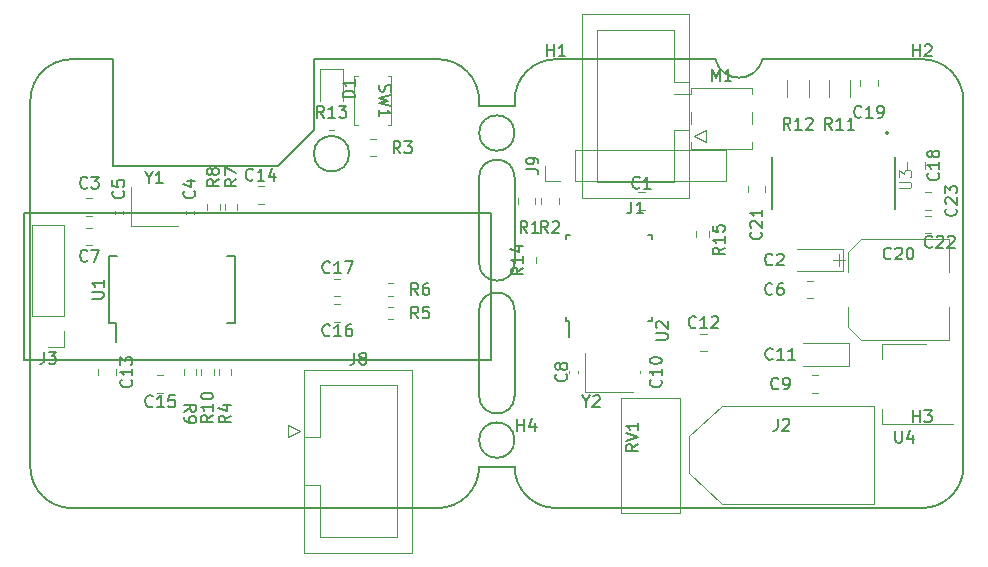
<source format=gbr>
%TF.GenerationSoftware,KiCad,Pcbnew,(5.1.8-0-10_14)*%
%TF.CreationDate,2021-02-08T17:53:51+01:00*%
%TF.ProjectId,ethersweep,65746865-7273-4776-9565-702e6b696361,rev?*%
%TF.SameCoordinates,Original*%
%TF.FileFunction,Legend,Top*%
%TF.FilePolarity,Positive*%
%FSLAX46Y46*%
G04 Gerber Fmt 4.6, Leading zero omitted, Abs format (unit mm)*
G04 Created by KiCad (PCBNEW (5.1.8-0-10_14)) date 2021-02-08 17:53:51*
%MOMM*%
%LPD*%
G01*
G04 APERTURE LIST*
%TA.AperFunction,Profile*%
%ADD10C,0.150000*%
%TD*%
%ADD11C,0.150000*%
%ADD12C,0.120000*%
%ADD13C,0.200000*%
%ADD14C,0.127000*%
%ADD15C,0.015000*%
G04 APERTURE END LIST*
D10*
X163500000Y-98250000D02*
G75*
G02*
X160500000Y-98250000I-1500000J0D01*
G01*
X160500000Y-91000000D02*
G75*
G02*
X163500000Y-91000000I1500000J0D01*
G01*
X163500000Y-98250000D02*
X163500000Y-91000000D01*
X160500000Y-91000000D02*
X160500000Y-98250000D01*
X160500000Y-102250000D02*
G75*
G02*
X163500000Y-102250000I1500000J0D01*
G01*
X160500000Y-102250000D02*
X160500000Y-109500000D01*
X163500000Y-109500000D02*
X163500000Y-102250000D01*
X163500000Y-109500000D02*
G75*
G02*
X160500000Y-109500000I-1500000J0D01*
G01*
X163500000Y-87250000D02*
G75*
G03*
X163500000Y-87250000I-1500000J0D01*
G01*
X163500000Y-113250000D02*
G75*
G03*
X163500000Y-113250000I-1500000J0D01*
G01*
X160500000Y-84500000D02*
X160500000Y-85000000D01*
X163500000Y-84500000D02*
X163500000Y-85000000D01*
X160500000Y-115500000D02*
X163500000Y-115500000D01*
X163500000Y-85000000D02*
X160500000Y-85000000D01*
X149500000Y-89000000D02*
G75*
G03*
X149500000Y-89000000I-1500000J0D01*
G01*
D11*
X161500000Y-94000000D02*
X161500000Y-106500000D01*
X122000000Y-94000000D02*
X161500000Y-94000000D01*
X122000000Y-106500000D02*
X122000000Y-94000000D01*
X161500000Y-106500000D02*
X122000000Y-106500000D01*
D10*
X129500000Y-90000000D02*
X129500000Y-81000000D01*
X126000000Y-81000000D02*
X129500000Y-81000000D01*
X126000000Y-81000000D02*
G75*
G03*
X122500000Y-84500000I0J-3500000D01*
G01*
X146500000Y-81000000D02*
X157000000Y-81000000D01*
X143500000Y-90000000D02*
X129500000Y-90000000D01*
X146500000Y-87000000D02*
X143500000Y-90000000D01*
X146500000Y-81000000D02*
X146500000Y-87000000D01*
X180500000Y-81000000D02*
X167000000Y-81000000D01*
X184500000Y-81000000D02*
X198000000Y-81000000D01*
X184500000Y-81000000D02*
G75*
G02*
X180500000Y-81000000I-2000000J500000D01*
G01*
X163500000Y-84500000D02*
G75*
G02*
X167000000Y-81000000I3500000J0D01*
G01*
X201500000Y-115500000D02*
G75*
G02*
X198000000Y-119000000I-3500000J0D01*
G01*
X167000000Y-119000000D02*
G75*
G02*
X163500000Y-115500000I0J3500000D01*
G01*
X167000000Y-119000000D02*
X198000000Y-119000000D01*
X198000000Y-81000000D02*
G75*
G02*
X201500000Y-84500000I0J-3500000D01*
G01*
X201500000Y-115500000D02*
X201500000Y-84500000D01*
X122500000Y-115500000D02*
X122500000Y-84500000D01*
X160500000Y-84500000D02*
G75*
G03*
X157000000Y-81000000I-3500000J0D01*
G01*
X157000000Y-119000000D02*
G75*
G03*
X160500000Y-115500000I0J3500000D01*
G01*
X122500000Y-115500000D02*
G75*
G03*
X126000000Y-119000000I3500000J0D01*
G01*
X157000000Y-119000000D02*
X126000000Y-119000000D01*
D12*
X144320000Y-113000000D02*
X145320000Y-112500000D01*
X144320000Y-112000000D02*
X144320000Y-113000000D01*
X145320000Y-112500000D02*
X144320000Y-112000000D01*
X147020000Y-117090000D02*
X145710000Y-117090000D01*
X147020000Y-117090000D02*
X147020000Y-117090000D01*
X147020000Y-121490000D02*
X147020000Y-117090000D01*
X153520000Y-121490000D02*
X147020000Y-121490000D01*
X153520000Y-108590000D02*
X153520000Y-121490000D01*
X147020000Y-108590000D02*
X153520000Y-108590000D01*
X147020000Y-112990000D02*
X147020000Y-108590000D01*
X145710000Y-112990000D02*
X147020000Y-112990000D01*
X145710000Y-122790000D02*
X145710000Y-107290000D01*
X154830000Y-122790000D02*
X145710000Y-122790000D01*
X154830000Y-107290000D02*
X154830000Y-122790000D01*
X145710000Y-107290000D02*
X154830000Y-107290000D01*
X178290000Y-92710000D02*
X169170000Y-92710000D01*
X169170000Y-92710000D02*
X169170000Y-77210000D01*
X169170000Y-77210000D02*
X178290000Y-77210000D01*
X178290000Y-77210000D02*
X178290000Y-92710000D01*
X178290000Y-87010000D02*
X176980000Y-87010000D01*
X176980000Y-87010000D02*
X176980000Y-91410000D01*
X176980000Y-91410000D02*
X170480000Y-91410000D01*
X170480000Y-91410000D02*
X170480000Y-78510000D01*
X170480000Y-78510000D02*
X176980000Y-78510000D01*
X176980000Y-78510000D02*
X176980000Y-82910000D01*
X176980000Y-82910000D02*
X176980000Y-82910000D01*
X176980000Y-82910000D02*
X178290000Y-82910000D01*
X178680000Y-87500000D02*
X179680000Y-88000000D01*
X179680000Y-88000000D02*
X179680000Y-87000000D01*
X179680000Y-87000000D02*
X178680000Y-87500000D01*
X167235000Y-93227064D02*
X167235000Y-92772936D01*
X165765000Y-93227064D02*
X165765000Y-92772936D01*
X173988748Y-93735000D02*
X174511252Y-93735000D01*
X173988748Y-92265000D02*
X174511252Y-92265000D01*
X191310000Y-97065000D02*
X187400000Y-97065000D01*
X191310000Y-98935000D02*
X191310000Y-97065000D01*
X187400000Y-98935000D02*
X191310000Y-98935000D01*
X127761252Y-94235000D02*
X127238748Y-94235000D01*
X127761252Y-92765000D02*
X127238748Y-92765000D01*
X135640000Y-94107836D02*
X135640000Y-93892164D01*
X136360000Y-94107836D02*
X136360000Y-93892164D01*
X130360000Y-94107836D02*
X130360000Y-93892164D01*
X129640000Y-94107836D02*
X129640000Y-93892164D01*
X188761252Y-101235000D02*
X188238748Y-101235000D01*
X188761252Y-99765000D02*
X188238748Y-99765000D01*
X127761252Y-95265000D02*
X127238748Y-95265000D01*
X127761252Y-96735000D02*
X127238748Y-96735000D01*
X168860000Y-107607836D02*
X168860000Y-107392164D01*
X168140000Y-107607836D02*
X168140000Y-107392164D01*
X189211252Y-107765000D02*
X188688748Y-107765000D01*
X189211252Y-109235000D02*
X188688748Y-109235000D01*
X174140000Y-107607836D02*
X174140000Y-107392164D01*
X174860000Y-107607836D02*
X174860000Y-107392164D01*
X187900000Y-106935000D02*
X191810000Y-106935000D01*
X191810000Y-106935000D02*
X191810000Y-105065000D01*
X191810000Y-105065000D02*
X187900000Y-105065000D01*
X179238748Y-104265000D02*
X179761252Y-104265000D01*
X179238748Y-105735000D02*
X179761252Y-105735000D01*
X128265000Y-107238748D02*
X128265000Y-107761252D01*
X129735000Y-107238748D02*
X129735000Y-107761252D01*
X141738748Y-93235000D02*
X142261252Y-93235000D01*
X141738748Y-91765000D02*
X142261252Y-91765000D01*
X133761252Y-109235000D02*
X133238748Y-109235000D01*
X133761252Y-107765000D02*
X133238748Y-107765000D01*
X148238748Y-103235000D02*
X148761252Y-103235000D01*
X148238748Y-101765000D02*
X148761252Y-101765000D01*
X148238748Y-99620001D02*
X148761252Y-99620001D01*
X148238748Y-101090001D02*
X148761252Y-101090001D01*
X196765000Y-90261252D02*
X196765000Y-89738748D01*
X198235000Y-90261252D02*
X198235000Y-89738748D01*
X192765000Y-83261252D02*
X192765000Y-82738748D01*
X194235000Y-83261252D02*
X194235000Y-82738748D01*
X200260000Y-104760000D02*
X200260000Y-102010000D01*
X200260000Y-96240000D02*
X200260000Y-98990000D01*
X192804437Y-96240000D02*
X200260000Y-96240000D01*
X192804437Y-104760000D02*
X200260000Y-104760000D01*
X191740000Y-103695563D02*
X191740000Y-102010000D01*
X191740000Y-97304437D02*
X191740000Y-98990000D01*
X191740000Y-97304437D02*
X192804437Y-96240000D01*
X191740000Y-103695563D02*
X192804437Y-104760000D01*
X190500000Y-97990000D02*
X191500000Y-97990000D01*
X191000000Y-97490000D02*
X191000000Y-98490000D01*
X184735000Y-92261252D02*
X184735000Y-91738748D01*
X183265000Y-92261252D02*
X183265000Y-91738748D01*
X198238748Y-95735000D02*
X198761252Y-95735000D01*
X198238748Y-94265000D02*
X198761252Y-94265000D01*
X198238748Y-92265000D02*
X198761252Y-92265000D01*
X198238748Y-93735000D02*
X198761252Y-93735000D01*
X148960000Y-84500000D02*
X148960000Y-81815000D01*
X148960000Y-81815000D02*
X147040000Y-81815000D01*
X147040000Y-81815000D02*
X147040000Y-84500000D01*
X125330000Y-95050000D02*
X122670000Y-95050000D01*
X125330000Y-102730000D02*
X125330000Y-95050000D01*
X122670000Y-102730000D02*
X122670000Y-95050000D01*
X125330000Y-102730000D02*
X122670000Y-102730000D01*
X125330000Y-104000000D02*
X125330000Y-105330000D01*
X125330000Y-105330000D02*
X124000000Y-105330000D01*
X178400000Y-83400000D02*
X183600000Y-83400000D01*
X178400000Y-88600000D02*
X183600000Y-88600000D01*
X176960000Y-83970000D02*
X178400000Y-83970000D01*
X178400000Y-83400000D02*
X178400000Y-83970000D01*
X183600000Y-83400000D02*
X183600000Y-83970000D01*
X178400000Y-88030000D02*
X178400000Y-88600000D01*
X183600000Y-88030000D02*
X183600000Y-88600000D01*
X178400000Y-85490000D02*
X178400000Y-86510000D01*
X183600000Y-85490000D02*
X183600000Y-86510000D01*
X163765000Y-93227064D02*
X163765000Y-92772936D01*
X165235000Y-93227064D02*
X165235000Y-92772936D01*
X151272936Y-87765000D02*
X151727064Y-87765000D01*
X151272936Y-89235000D02*
X151727064Y-89235000D01*
X139522500Y-107737258D02*
X139522500Y-107262742D01*
X138477500Y-107737258D02*
X138477500Y-107262742D01*
X153237258Y-101977500D02*
X152762742Y-101977500D01*
X153237258Y-103022500D02*
X152762742Y-103022500D01*
X153237258Y-101022500D02*
X152762742Y-101022500D01*
X153237258Y-99977500D02*
X152762742Y-99977500D01*
X138977500Y-93262742D02*
X138977500Y-93737258D01*
X140022500Y-93262742D02*
X140022500Y-93737258D01*
X138522500Y-93262742D02*
X138522500Y-93737258D01*
X137477500Y-93262742D02*
X137477500Y-93737258D01*
X136522500Y-107737258D02*
X136522500Y-107262742D01*
X135477500Y-107737258D02*
X135477500Y-107262742D01*
X136977500Y-107737258D02*
X136977500Y-107262742D01*
X138022500Y-107737258D02*
X138022500Y-107262742D01*
X191910000Y-84227064D02*
X191910000Y-82772936D01*
X190090000Y-84227064D02*
X190090000Y-82772936D01*
X186590000Y-84227064D02*
X186590000Y-82772936D01*
X188410000Y-84227064D02*
X188410000Y-82772936D01*
X148237258Y-87022500D02*
X147762742Y-87022500D01*
X148237258Y-85977500D02*
X147762742Y-85977500D01*
X172470000Y-119425000D02*
X172470000Y-109655000D01*
X177540000Y-119425000D02*
X177540000Y-109655000D01*
X172470000Y-119425000D02*
X177540000Y-119425000D01*
X172470000Y-109655000D02*
X177540000Y-109655000D01*
X149930000Y-86570000D02*
X149930000Y-82430000D01*
X152770000Y-82430000D02*
X153070000Y-82430000D01*
X153070000Y-82430000D02*
X153070000Y-86570000D01*
X150230000Y-86570000D02*
X149930000Y-86570000D01*
X153070000Y-86570000D02*
X152770000Y-86570000D01*
X149930000Y-82430000D02*
X150230000Y-82430000D01*
D11*
X129175000Y-103375000D02*
X129750000Y-103375000D01*
X129175000Y-97625000D02*
X129825000Y-97625000D01*
X139825000Y-97625000D02*
X139175000Y-97625000D01*
X139825000Y-103375000D02*
X139175000Y-103375000D01*
X129175000Y-103375000D02*
X129175000Y-97625000D01*
X139825000Y-103375000D02*
X139825000Y-97625000D01*
X129750000Y-103375000D02*
X129750000Y-104975000D01*
X167875000Y-103125000D02*
X168100000Y-103125000D01*
X167875000Y-95875000D02*
X168200000Y-95875000D01*
X175125000Y-95875000D02*
X174800000Y-95875000D01*
X175125000Y-103125000D02*
X174800000Y-103125000D01*
X167875000Y-103125000D02*
X167875000Y-102800000D01*
X175125000Y-103125000D02*
X175125000Y-102800000D01*
X175125000Y-95875000D02*
X175125000Y-96200000D01*
X167875000Y-95875000D02*
X167875000Y-96200000D01*
X168100000Y-103125000D02*
X168100000Y-104550000D01*
D13*
X195135000Y-87260000D02*
G75*
G03*
X195135000Y-87260000I-100000J0D01*
G01*
D14*
X195670000Y-89300000D02*
X195670000Y-93700000D01*
X185330000Y-89300000D02*
X185330000Y-93700000D01*
D12*
X194590000Y-105090000D02*
X194590000Y-106350000D01*
X194590000Y-111910000D02*
X194590000Y-110650000D01*
X198350000Y-105090000D02*
X194590000Y-105090000D01*
X200600000Y-111910000D02*
X194590000Y-111910000D01*
X131000000Y-91850000D02*
X131000000Y-95150000D01*
X131000000Y-95150000D02*
X135000000Y-95150000D01*
X169500000Y-109150000D02*
X173500000Y-109150000D01*
X169500000Y-105850000D02*
X169500000Y-109150000D01*
X178250000Y-116050000D02*
X181100000Y-118650000D01*
X181100000Y-110350000D02*
X178250000Y-112900000D01*
X193950000Y-118650000D02*
X193950000Y-110350000D01*
X181100000Y-118650000D02*
X193950000Y-118650000D01*
X178250000Y-112900000D02*
X178250000Y-116050000D01*
X193950000Y-110350000D02*
X181100000Y-110350000D01*
X164227500Y-97762742D02*
X164227500Y-98237258D01*
X165272500Y-97762742D02*
X165272500Y-98237258D01*
X179922500Y-95562742D02*
X179922500Y-96037258D01*
X178877500Y-95562742D02*
X178877500Y-96037258D01*
X166050000Y-91330000D02*
X166050000Y-90000000D01*
X167380000Y-91330000D02*
X166050000Y-91330000D01*
X168650000Y-91330000D02*
X168650000Y-88670000D01*
X168650000Y-88670000D02*
X181410000Y-88670000D01*
X168650000Y-91330000D02*
X181410000Y-91330000D01*
X181410000Y-91330000D02*
X181410000Y-88670000D01*
D11*
X149936666Y-105852380D02*
X149936666Y-106566666D01*
X149889047Y-106709523D01*
X149793809Y-106804761D01*
X149650952Y-106852380D01*
X149555714Y-106852380D01*
X150555714Y-106280952D02*
X150460476Y-106233333D01*
X150412857Y-106185714D01*
X150365238Y-106090476D01*
X150365238Y-106042857D01*
X150412857Y-105947619D01*
X150460476Y-105900000D01*
X150555714Y-105852380D01*
X150746190Y-105852380D01*
X150841428Y-105900000D01*
X150889047Y-105947619D01*
X150936666Y-106042857D01*
X150936666Y-106090476D01*
X150889047Y-106185714D01*
X150841428Y-106233333D01*
X150746190Y-106280952D01*
X150555714Y-106280952D01*
X150460476Y-106328571D01*
X150412857Y-106376190D01*
X150365238Y-106471428D01*
X150365238Y-106661904D01*
X150412857Y-106757142D01*
X150460476Y-106804761D01*
X150555714Y-106852380D01*
X150746190Y-106852380D01*
X150841428Y-106804761D01*
X150889047Y-106757142D01*
X150936666Y-106661904D01*
X150936666Y-106471428D01*
X150889047Y-106376190D01*
X150841428Y-106328571D01*
X150746190Y-106280952D01*
X173396666Y-93052380D02*
X173396666Y-93766666D01*
X173349047Y-93909523D01*
X173253809Y-94004761D01*
X173110952Y-94052380D01*
X173015714Y-94052380D01*
X174396666Y-94052380D02*
X173825238Y-94052380D01*
X174110952Y-94052380D02*
X174110952Y-93052380D01*
X174015714Y-93195238D01*
X173920476Y-93290476D01*
X173825238Y-93338095D01*
X166333333Y-95702380D02*
X166000000Y-95226190D01*
X165761904Y-95702380D02*
X165761904Y-94702380D01*
X166142857Y-94702380D01*
X166238095Y-94750000D01*
X166285714Y-94797619D01*
X166333333Y-94892857D01*
X166333333Y-95035714D01*
X166285714Y-95130952D01*
X166238095Y-95178571D01*
X166142857Y-95226190D01*
X165761904Y-95226190D01*
X166714285Y-94797619D02*
X166761904Y-94750000D01*
X166857142Y-94702380D01*
X167095238Y-94702380D01*
X167190476Y-94750000D01*
X167238095Y-94797619D01*
X167285714Y-94892857D01*
X167285714Y-94988095D01*
X167238095Y-95130952D01*
X166666666Y-95702380D01*
X167285714Y-95702380D01*
X163738095Y-112452380D02*
X163738095Y-111452380D01*
X163738095Y-111928571D02*
X164309523Y-111928571D01*
X164309523Y-112452380D02*
X164309523Y-111452380D01*
X165214285Y-111785714D02*
X165214285Y-112452380D01*
X164976190Y-111404761D02*
X164738095Y-112119047D01*
X165357142Y-112119047D01*
X197238095Y-111727381D02*
X197238095Y-110727381D01*
X197238095Y-111203572D02*
X197809523Y-111203572D01*
X197809523Y-111727381D02*
X197809523Y-110727381D01*
X198190476Y-110727381D02*
X198809523Y-110727381D01*
X198476190Y-111108334D01*
X198619047Y-111108334D01*
X198714285Y-111155953D01*
X198761904Y-111203572D01*
X198809523Y-111298810D01*
X198809523Y-111536905D01*
X198761904Y-111632143D01*
X198714285Y-111679762D01*
X198619047Y-111727381D01*
X198333333Y-111727381D01*
X198238095Y-111679762D01*
X198190476Y-111632143D01*
X197238095Y-80752380D02*
X197238095Y-79752380D01*
X197238095Y-80228571D02*
X197809523Y-80228571D01*
X197809523Y-80752380D02*
X197809523Y-79752380D01*
X198238095Y-79847619D02*
X198285714Y-79800000D01*
X198380952Y-79752380D01*
X198619047Y-79752380D01*
X198714285Y-79800000D01*
X198761904Y-79847619D01*
X198809523Y-79942857D01*
X198809523Y-80038095D01*
X198761904Y-80180952D01*
X198190476Y-80752380D01*
X198809523Y-80752380D01*
X166238095Y-80752380D02*
X166238095Y-79752380D01*
X166238095Y-80228571D02*
X166809523Y-80228571D01*
X166809523Y-80752380D02*
X166809523Y-79752380D01*
X167809523Y-80752380D02*
X167238095Y-80752380D01*
X167523809Y-80752380D02*
X167523809Y-79752380D01*
X167428571Y-79895238D01*
X167333333Y-79990476D01*
X167238095Y-80038095D01*
X174083333Y-91857142D02*
X174035714Y-91904761D01*
X173892857Y-91952380D01*
X173797619Y-91952380D01*
X173654761Y-91904761D01*
X173559523Y-91809523D01*
X173511904Y-91714285D01*
X173464285Y-91523809D01*
X173464285Y-91380952D01*
X173511904Y-91190476D01*
X173559523Y-91095238D01*
X173654761Y-91000000D01*
X173797619Y-90952380D01*
X173892857Y-90952380D01*
X174035714Y-91000000D01*
X174083333Y-91047619D01*
X175035714Y-91952380D02*
X174464285Y-91952380D01*
X174750000Y-91952380D02*
X174750000Y-90952380D01*
X174654761Y-91095238D01*
X174559523Y-91190476D01*
X174464285Y-91238095D01*
X185333333Y-98357142D02*
X185285714Y-98404761D01*
X185142857Y-98452380D01*
X185047619Y-98452380D01*
X184904761Y-98404761D01*
X184809523Y-98309523D01*
X184761904Y-98214285D01*
X184714285Y-98023809D01*
X184714285Y-97880952D01*
X184761904Y-97690476D01*
X184809523Y-97595238D01*
X184904761Y-97500000D01*
X185047619Y-97452380D01*
X185142857Y-97452380D01*
X185285714Y-97500000D01*
X185333333Y-97547619D01*
X185714285Y-97547619D02*
X185761904Y-97500000D01*
X185857142Y-97452380D01*
X186095238Y-97452380D01*
X186190476Y-97500000D01*
X186238095Y-97547619D01*
X186285714Y-97642857D01*
X186285714Y-97738095D01*
X186238095Y-97880952D01*
X185666666Y-98452380D01*
X186285714Y-98452380D01*
X127333333Y-91857142D02*
X127285714Y-91904761D01*
X127142857Y-91952380D01*
X127047619Y-91952380D01*
X126904761Y-91904761D01*
X126809523Y-91809523D01*
X126761904Y-91714285D01*
X126714285Y-91523809D01*
X126714285Y-91380952D01*
X126761904Y-91190476D01*
X126809523Y-91095238D01*
X126904761Y-91000000D01*
X127047619Y-90952380D01*
X127142857Y-90952380D01*
X127285714Y-91000000D01*
X127333333Y-91047619D01*
X127666666Y-90952380D02*
X128285714Y-90952380D01*
X127952380Y-91333333D01*
X128095238Y-91333333D01*
X128190476Y-91380952D01*
X128238095Y-91428571D01*
X128285714Y-91523809D01*
X128285714Y-91761904D01*
X128238095Y-91857142D01*
X128190476Y-91904761D01*
X128095238Y-91952380D01*
X127809523Y-91952380D01*
X127714285Y-91904761D01*
X127666666Y-91857142D01*
X136357142Y-92166666D02*
X136404761Y-92214285D01*
X136452380Y-92357142D01*
X136452380Y-92452380D01*
X136404761Y-92595238D01*
X136309523Y-92690476D01*
X136214285Y-92738095D01*
X136023809Y-92785714D01*
X135880952Y-92785714D01*
X135690476Y-92738095D01*
X135595238Y-92690476D01*
X135500000Y-92595238D01*
X135452380Y-92452380D01*
X135452380Y-92357142D01*
X135500000Y-92214285D01*
X135547619Y-92166666D01*
X135785714Y-91309523D02*
X136452380Y-91309523D01*
X135404761Y-91547619D02*
X136119047Y-91785714D01*
X136119047Y-91166666D01*
X130357142Y-92166666D02*
X130404761Y-92214285D01*
X130452380Y-92357142D01*
X130452380Y-92452380D01*
X130404761Y-92595238D01*
X130309523Y-92690476D01*
X130214285Y-92738095D01*
X130023809Y-92785714D01*
X129880952Y-92785714D01*
X129690476Y-92738095D01*
X129595238Y-92690476D01*
X129500000Y-92595238D01*
X129452380Y-92452380D01*
X129452380Y-92357142D01*
X129500000Y-92214285D01*
X129547619Y-92166666D01*
X129452380Y-91261904D02*
X129452380Y-91738095D01*
X129928571Y-91785714D01*
X129880952Y-91738095D01*
X129833333Y-91642857D01*
X129833333Y-91404761D01*
X129880952Y-91309523D01*
X129928571Y-91261904D01*
X130023809Y-91214285D01*
X130261904Y-91214285D01*
X130357142Y-91261904D01*
X130404761Y-91309523D01*
X130452380Y-91404761D01*
X130452380Y-91642857D01*
X130404761Y-91738095D01*
X130357142Y-91785714D01*
X185333333Y-100857142D02*
X185285714Y-100904761D01*
X185142857Y-100952380D01*
X185047619Y-100952380D01*
X184904761Y-100904761D01*
X184809523Y-100809523D01*
X184761904Y-100714285D01*
X184714285Y-100523809D01*
X184714285Y-100380952D01*
X184761904Y-100190476D01*
X184809523Y-100095238D01*
X184904761Y-100000000D01*
X185047619Y-99952380D01*
X185142857Y-99952380D01*
X185285714Y-100000000D01*
X185333333Y-100047619D01*
X186190476Y-99952380D02*
X186000000Y-99952380D01*
X185904761Y-100000000D01*
X185857142Y-100047619D01*
X185761904Y-100190476D01*
X185714285Y-100380952D01*
X185714285Y-100761904D01*
X185761904Y-100857142D01*
X185809523Y-100904761D01*
X185904761Y-100952380D01*
X186095238Y-100952380D01*
X186190476Y-100904761D01*
X186238095Y-100857142D01*
X186285714Y-100761904D01*
X186285714Y-100523809D01*
X186238095Y-100428571D01*
X186190476Y-100380952D01*
X186095238Y-100333333D01*
X185904761Y-100333333D01*
X185809523Y-100380952D01*
X185761904Y-100428571D01*
X185714285Y-100523809D01*
X127333333Y-98037142D02*
X127285714Y-98084761D01*
X127142857Y-98132380D01*
X127047619Y-98132380D01*
X126904761Y-98084761D01*
X126809523Y-97989523D01*
X126761904Y-97894285D01*
X126714285Y-97703809D01*
X126714285Y-97560952D01*
X126761904Y-97370476D01*
X126809523Y-97275238D01*
X126904761Y-97180000D01*
X127047619Y-97132380D01*
X127142857Y-97132380D01*
X127285714Y-97180000D01*
X127333333Y-97227619D01*
X127666666Y-97132380D02*
X128333333Y-97132380D01*
X127904761Y-98132380D01*
X167857142Y-107666666D02*
X167904761Y-107714285D01*
X167952380Y-107857142D01*
X167952380Y-107952380D01*
X167904761Y-108095238D01*
X167809523Y-108190476D01*
X167714285Y-108238095D01*
X167523809Y-108285714D01*
X167380952Y-108285714D01*
X167190476Y-108238095D01*
X167095238Y-108190476D01*
X167000000Y-108095238D01*
X166952380Y-107952380D01*
X166952380Y-107857142D01*
X167000000Y-107714285D01*
X167047619Y-107666666D01*
X167380952Y-107095238D02*
X167333333Y-107190476D01*
X167285714Y-107238095D01*
X167190476Y-107285714D01*
X167142857Y-107285714D01*
X167047619Y-107238095D01*
X167000000Y-107190476D01*
X166952380Y-107095238D01*
X166952380Y-106904761D01*
X167000000Y-106809523D01*
X167047619Y-106761904D01*
X167142857Y-106714285D01*
X167190476Y-106714285D01*
X167285714Y-106761904D01*
X167333333Y-106809523D01*
X167380952Y-106904761D01*
X167380952Y-107095238D01*
X167428571Y-107190476D01*
X167476190Y-107238095D01*
X167571428Y-107285714D01*
X167761904Y-107285714D01*
X167857142Y-107238095D01*
X167904761Y-107190476D01*
X167952380Y-107095238D01*
X167952380Y-106904761D01*
X167904761Y-106809523D01*
X167857142Y-106761904D01*
X167761904Y-106714285D01*
X167571428Y-106714285D01*
X167476190Y-106761904D01*
X167428571Y-106809523D01*
X167380952Y-106904761D01*
X185833333Y-108857142D02*
X185785714Y-108904761D01*
X185642857Y-108952380D01*
X185547619Y-108952380D01*
X185404761Y-108904761D01*
X185309523Y-108809523D01*
X185261904Y-108714285D01*
X185214285Y-108523809D01*
X185214285Y-108380952D01*
X185261904Y-108190476D01*
X185309523Y-108095238D01*
X185404761Y-108000000D01*
X185547619Y-107952380D01*
X185642857Y-107952380D01*
X185785714Y-108000000D01*
X185833333Y-108047619D01*
X186309523Y-108952380D02*
X186500000Y-108952380D01*
X186595238Y-108904761D01*
X186642857Y-108857142D01*
X186738095Y-108714285D01*
X186785714Y-108523809D01*
X186785714Y-108142857D01*
X186738095Y-108047619D01*
X186690476Y-108000000D01*
X186595238Y-107952380D01*
X186404761Y-107952380D01*
X186309523Y-108000000D01*
X186261904Y-108047619D01*
X186214285Y-108142857D01*
X186214285Y-108380952D01*
X186261904Y-108476190D01*
X186309523Y-108523809D01*
X186404761Y-108571428D01*
X186595238Y-108571428D01*
X186690476Y-108523809D01*
X186738095Y-108476190D01*
X186785714Y-108380952D01*
X175857142Y-108142857D02*
X175904761Y-108190476D01*
X175952380Y-108333333D01*
X175952380Y-108428571D01*
X175904761Y-108571428D01*
X175809523Y-108666666D01*
X175714285Y-108714285D01*
X175523809Y-108761904D01*
X175380952Y-108761904D01*
X175190476Y-108714285D01*
X175095238Y-108666666D01*
X175000000Y-108571428D01*
X174952380Y-108428571D01*
X174952380Y-108333333D01*
X175000000Y-108190476D01*
X175047619Y-108142857D01*
X175952380Y-107190476D02*
X175952380Y-107761904D01*
X175952380Y-107476190D02*
X174952380Y-107476190D01*
X175095238Y-107571428D01*
X175190476Y-107666666D01*
X175238095Y-107761904D01*
X174952380Y-106571428D02*
X174952380Y-106476190D01*
X175000000Y-106380952D01*
X175047619Y-106333333D01*
X175142857Y-106285714D01*
X175333333Y-106238095D01*
X175571428Y-106238095D01*
X175761904Y-106285714D01*
X175857142Y-106333333D01*
X175904761Y-106380952D01*
X175952380Y-106476190D01*
X175952380Y-106571428D01*
X175904761Y-106666666D01*
X175857142Y-106714285D01*
X175761904Y-106761904D01*
X175571428Y-106809523D01*
X175333333Y-106809523D01*
X175142857Y-106761904D01*
X175047619Y-106714285D01*
X175000000Y-106666666D01*
X174952380Y-106571428D01*
X185357142Y-106357142D02*
X185309523Y-106404761D01*
X185166666Y-106452380D01*
X185071428Y-106452380D01*
X184928571Y-106404761D01*
X184833333Y-106309523D01*
X184785714Y-106214285D01*
X184738095Y-106023809D01*
X184738095Y-105880952D01*
X184785714Y-105690476D01*
X184833333Y-105595238D01*
X184928571Y-105500000D01*
X185071428Y-105452380D01*
X185166666Y-105452380D01*
X185309523Y-105500000D01*
X185357142Y-105547619D01*
X186309523Y-106452380D02*
X185738095Y-106452380D01*
X186023809Y-106452380D02*
X186023809Y-105452380D01*
X185928571Y-105595238D01*
X185833333Y-105690476D01*
X185738095Y-105738095D01*
X187261904Y-106452380D02*
X186690476Y-106452380D01*
X186976190Y-106452380D02*
X186976190Y-105452380D01*
X186880952Y-105595238D01*
X186785714Y-105690476D01*
X186690476Y-105738095D01*
X178857142Y-103677142D02*
X178809523Y-103724761D01*
X178666666Y-103772380D01*
X178571428Y-103772380D01*
X178428571Y-103724761D01*
X178333333Y-103629523D01*
X178285714Y-103534285D01*
X178238095Y-103343809D01*
X178238095Y-103200952D01*
X178285714Y-103010476D01*
X178333333Y-102915238D01*
X178428571Y-102820000D01*
X178571428Y-102772380D01*
X178666666Y-102772380D01*
X178809523Y-102820000D01*
X178857142Y-102867619D01*
X179809523Y-103772380D02*
X179238095Y-103772380D01*
X179523809Y-103772380D02*
X179523809Y-102772380D01*
X179428571Y-102915238D01*
X179333333Y-103010476D01*
X179238095Y-103058095D01*
X180190476Y-102867619D02*
X180238095Y-102820000D01*
X180333333Y-102772380D01*
X180571428Y-102772380D01*
X180666666Y-102820000D01*
X180714285Y-102867619D01*
X180761904Y-102962857D01*
X180761904Y-103058095D01*
X180714285Y-103200952D01*
X180142857Y-103772380D01*
X180761904Y-103772380D01*
X131037142Y-108142857D02*
X131084761Y-108190476D01*
X131132380Y-108333333D01*
X131132380Y-108428571D01*
X131084761Y-108571428D01*
X130989523Y-108666666D01*
X130894285Y-108714285D01*
X130703809Y-108761904D01*
X130560952Y-108761904D01*
X130370476Y-108714285D01*
X130275238Y-108666666D01*
X130180000Y-108571428D01*
X130132380Y-108428571D01*
X130132380Y-108333333D01*
X130180000Y-108190476D01*
X130227619Y-108142857D01*
X131132380Y-107190476D02*
X131132380Y-107761904D01*
X131132380Y-107476190D02*
X130132380Y-107476190D01*
X130275238Y-107571428D01*
X130370476Y-107666666D01*
X130418095Y-107761904D01*
X130132380Y-106857142D02*
X130132380Y-106238095D01*
X130513333Y-106571428D01*
X130513333Y-106428571D01*
X130560952Y-106333333D01*
X130608571Y-106285714D01*
X130703809Y-106238095D01*
X130941904Y-106238095D01*
X131037142Y-106285714D01*
X131084761Y-106333333D01*
X131132380Y-106428571D01*
X131132380Y-106714285D01*
X131084761Y-106809523D01*
X131037142Y-106857142D01*
X141357142Y-91177142D02*
X141309523Y-91224761D01*
X141166666Y-91272380D01*
X141071428Y-91272380D01*
X140928571Y-91224761D01*
X140833333Y-91129523D01*
X140785714Y-91034285D01*
X140738095Y-90843809D01*
X140738095Y-90700952D01*
X140785714Y-90510476D01*
X140833333Y-90415238D01*
X140928571Y-90320000D01*
X141071428Y-90272380D01*
X141166666Y-90272380D01*
X141309523Y-90320000D01*
X141357142Y-90367619D01*
X142309523Y-91272380D02*
X141738095Y-91272380D01*
X142023809Y-91272380D02*
X142023809Y-90272380D01*
X141928571Y-90415238D01*
X141833333Y-90510476D01*
X141738095Y-90558095D01*
X143166666Y-90605714D02*
X143166666Y-91272380D01*
X142928571Y-90224761D02*
X142690476Y-90939047D01*
X143309523Y-90939047D01*
X132857142Y-110357142D02*
X132809523Y-110404761D01*
X132666666Y-110452380D01*
X132571428Y-110452380D01*
X132428571Y-110404761D01*
X132333333Y-110309523D01*
X132285714Y-110214285D01*
X132238095Y-110023809D01*
X132238095Y-109880952D01*
X132285714Y-109690476D01*
X132333333Y-109595238D01*
X132428571Y-109500000D01*
X132571428Y-109452380D01*
X132666666Y-109452380D01*
X132809523Y-109500000D01*
X132857142Y-109547619D01*
X133809523Y-110452380D02*
X133238095Y-110452380D01*
X133523809Y-110452380D02*
X133523809Y-109452380D01*
X133428571Y-109595238D01*
X133333333Y-109690476D01*
X133238095Y-109738095D01*
X134714285Y-109452380D02*
X134238095Y-109452380D01*
X134190476Y-109928571D01*
X134238095Y-109880952D01*
X134333333Y-109833333D01*
X134571428Y-109833333D01*
X134666666Y-109880952D01*
X134714285Y-109928571D01*
X134761904Y-110023809D01*
X134761904Y-110261904D01*
X134714285Y-110357142D01*
X134666666Y-110404761D01*
X134571428Y-110452380D01*
X134333333Y-110452380D01*
X134238095Y-110404761D01*
X134190476Y-110357142D01*
X147857142Y-104357142D02*
X147809523Y-104404761D01*
X147666666Y-104452380D01*
X147571428Y-104452380D01*
X147428571Y-104404761D01*
X147333333Y-104309523D01*
X147285714Y-104214285D01*
X147238095Y-104023809D01*
X147238095Y-103880952D01*
X147285714Y-103690476D01*
X147333333Y-103595238D01*
X147428571Y-103500000D01*
X147571428Y-103452380D01*
X147666666Y-103452380D01*
X147809523Y-103500000D01*
X147857142Y-103547619D01*
X148809523Y-104452380D02*
X148238095Y-104452380D01*
X148523809Y-104452380D02*
X148523809Y-103452380D01*
X148428571Y-103595238D01*
X148333333Y-103690476D01*
X148238095Y-103738095D01*
X149666666Y-103452380D02*
X149476190Y-103452380D01*
X149380952Y-103500000D01*
X149333333Y-103547619D01*
X149238095Y-103690476D01*
X149190476Y-103880952D01*
X149190476Y-104261904D01*
X149238095Y-104357142D01*
X149285714Y-104404761D01*
X149380952Y-104452380D01*
X149571428Y-104452380D01*
X149666666Y-104404761D01*
X149714285Y-104357142D01*
X149761904Y-104261904D01*
X149761904Y-104023809D01*
X149714285Y-103928571D01*
X149666666Y-103880952D01*
X149571428Y-103833333D01*
X149380952Y-103833333D01*
X149285714Y-103880952D01*
X149238095Y-103928571D01*
X149190476Y-104023809D01*
X147857142Y-99032143D02*
X147809523Y-99079762D01*
X147666666Y-99127381D01*
X147571428Y-99127381D01*
X147428571Y-99079762D01*
X147333333Y-98984524D01*
X147285714Y-98889286D01*
X147238095Y-98698810D01*
X147238095Y-98555953D01*
X147285714Y-98365477D01*
X147333333Y-98270239D01*
X147428571Y-98175001D01*
X147571428Y-98127381D01*
X147666666Y-98127381D01*
X147809523Y-98175001D01*
X147857142Y-98222620D01*
X148809523Y-99127381D02*
X148238095Y-99127381D01*
X148523809Y-99127381D02*
X148523809Y-98127381D01*
X148428571Y-98270239D01*
X148333333Y-98365477D01*
X148238095Y-98413096D01*
X149142857Y-98127381D02*
X149809523Y-98127381D01*
X149380952Y-99127381D01*
X199357142Y-90642857D02*
X199404761Y-90690476D01*
X199452380Y-90833333D01*
X199452380Y-90928571D01*
X199404761Y-91071428D01*
X199309523Y-91166666D01*
X199214285Y-91214285D01*
X199023809Y-91261904D01*
X198880952Y-91261904D01*
X198690476Y-91214285D01*
X198595238Y-91166666D01*
X198500000Y-91071428D01*
X198452380Y-90928571D01*
X198452380Y-90833333D01*
X198500000Y-90690476D01*
X198547619Y-90642857D01*
X199452380Y-89690476D02*
X199452380Y-90261904D01*
X199452380Y-89976190D02*
X198452380Y-89976190D01*
X198595238Y-90071428D01*
X198690476Y-90166666D01*
X198738095Y-90261904D01*
X198880952Y-89119047D02*
X198833333Y-89214285D01*
X198785714Y-89261904D01*
X198690476Y-89309523D01*
X198642857Y-89309523D01*
X198547619Y-89261904D01*
X198500000Y-89214285D01*
X198452380Y-89119047D01*
X198452380Y-88928571D01*
X198500000Y-88833333D01*
X198547619Y-88785714D01*
X198642857Y-88738095D01*
X198690476Y-88738095D01*
X198785714Y-88785714D01*
X198833333Y-88833333D01*
X198880952Y-88928571D01*
X198880952Y-89119047D01*
X198928571Y-89214285D01*
X198976190Y-89261904D01*
X199071428Y-89309523D01*
X199261904Y-89309523D01*
X199357142Y-89261904D01*
X199404761Y-89214285D01*
X199452380Y-89119047D01*
X199452380Y-88928571D01*
X199404761Y-88833333D01*
X199357142Y-88785714D01*
X199261904Y-88738095D01*
X199071428Y-88738095D01*
X198976190Y-88785714D01*
X198928571Y-88833333D01*
X198880952Y-88928571D01*
X192857142Y-85857142D02*
X192809523Y-85904761D01*
X192666666Y-85952380D01*
X192571428Y-85952380D01*
X192428571Y-85904761D01*
X192333333Y-85809523D01*
X192285714Y-85714285D01*
X192238095Y-85523809D01*
X192238095Y-85380952D01*
X192285714Y-85190476D01*
X192333333Y-85095238D01*
X192428571Y-85000000D01*
X192571428Y-84952380D01*
X192666666Y-84952380D01*
X192809523Y-85000000D01*
X192857142Y-85047619D01*
X193809523Y-85952380D02*
X193238095Y-85952380D01*
X193523809Y-85952380D02*
X193523809Y-84952380D01*
X193428571Y-85095238D01*
X193333333Y-85190476D01*
X193238095Y-85238095D01*
X194285714Y-85952380D02*
X194476190Y-85952380D01*
X194571428Y-85904761D01*
X194619047Y-85857142D01*
X194714285Y-85714285D01*
X194761904Y-85523809D01*
X194761904Y-85142857D01*
X194714285Y-85047619D01*
X194666666Y-85000000D01*
X194571428Y-84952380D01*
X194380952Y-84952380D01*
X194285714Y-85000000D01*
X194238095Y-85047619D01*
X194190476Y-85142857D01*
X194190476Y-85380952D01*
X194238095Y-85476190D01*
X194285714Y-85523809D01*
X194380952Y-85571428D01*
X194571428Y-85571428D01*
X194666666Y-85523809D01*
X194714285Y-85476190D01*
X194761904Y-85380952D01*
X195357142Y-97857142D02*
X195309523Y-97904761D01*
X195166666Y-97952380D01*
X195071428Y-97952380D01*
X194928571Y-97904761D01*
X194833333Y-97809523D01*
X194785714Y-97714285D01*
X194738095Y-97523809D01*
X194738095Y-97380952D01*
X194785714Y-97190476D01*
X194833333Y-97095238D01*
X194928571Y-97000000D01*
X195071428Y-96952380D01*
X195166666Y-96952380D01*
X195309523Y-97000000D01*
X195357142Y-97047619D01*
X195738095Y-97047619D02*
X195785714Y-97000000D01*
X195880952Y-96952380D01*
X196119047Y-96952380D01*
X196214285Y-97000000D01*
X196261904Y-97047619D01*
X196309523Y-97142857D01*
X196309523Y-97238095D01*
X196261904Y-97380952D01*
X195690476Y-97952380D01*
X196309523Y-97952380D01*
X196928571Y-96952380D02*
X197023809Y-96952380D01*
X197119047Y-97000000D01*
X197166666Y-97047619D01*
X197214285Y-97142857D01*
X197261904Y-97333333D01*
X197261904Y-97571428D01*
X197214285Y-97761904D01*
X197166666Y-97857142D01*
X197119047Y-97904761D01*
X197023809Y-97952380D01*
X196928571Y-97952380D01*
X196833333Y-97904761D01*
X196785714Y-97857142D01*
X196738095Y-97761904D01*
X196690476Y-97571428D01*
X196690476Y-97333333D01*
X196738095Y-97142857D01*
X196785714Y-97047619D01*
X196833333Y-97000000D01*
X196928571Y-96952380D01*
X184357142Y-95642857D02*
X184404761Y-95690476D01*
X184452380Y-95833333D01*
X184452380Y-95928571D01*
X184404761Y-96071428D01*
X184309523Y-96166666D01*
X184214285Y-96214285D01*
X184023809Y-96261904D01*
X183880952Y-96261904D01*
X183690476Y-96214285D01*
X183595238Y-96166666D01*
X183500000Y-96071428D01*
X183452380Y-95928571D01*
X183452380Y-95833333D01*
X183500000Y-95690476D01*
X183547619Y-95642857D01*
X183547619Y-95261904D02*
X183500000Y-95214285D01*
X183452380Y-95119047D01*
X183452380Y-94880952D01*
X183500000Y-94785714D01*
X183547619Y-94738095D01*
X183642857Y-94690476D01*
X183738095Y-94690476D01*
X183880952Y-94738095D01*
X184452380Y-95309523D01*
X184452380Y-94690476D01*
X184452380Y-93738095D02*
X184452380Y-94309523D01*
X184452380Y-94023809D02*
X183452380Y-94023809D01*
X183595238Y-94119047D01*
X183690476Y-94214285D01*
X183738095Y-94309523D01*
X198857142Y-96857142D02*
X198809523Y-96904761D01*
X198666666Y-96952380D01*
X198571428Y-96952380D01*
X198428571Y-96904761D01*
X198333333Y-96809523D01*
X198285714Y-96714285D01*
X198238095Y-96523809D01*
X198238095Y-96380952D01*
X198285714Y-96190476D01*
X198333333Y-96095238D01*
X198428571Y-96000000D01*
X198571428Y-95952380D01*
X198666666Y-95952380D01*
X198809523Y-96000000D01*
X198857142Y-96047619D01*
X199238095Y-96047619D02*
X199285714Y-96000000D01*
X199380952Y-95952380D01*
X199619047Y-95952380D01*
X199714285Y-96000000D01*
X199761904Y-96047619D01*
X199809523Y-96142857D01*
X199809523Y-96238095D01*
X199761904Y-96380952D01*
X199190476Y-96952380D01*
X199809523Y-96952380D01*
X200190476Y-96047619D02*
X200238095Y-96000000D01*
X200333333Y-95952380D01*
X200571428Y-95952380D01*
X200666666Y-96000000D01*
X200714285Y-96047619D01*
X200761904Y-96142857D01*
X200761904Y-96238095D01*
X200714285Y-96380952D01*
X200142857Y-96952380D01*
X200761904Y-96952380D01*
X200857142Y-93642857D02*
X200904761Y-93690476D01*
X200952380Y-93833333D01*
X200952380Y-93928571D01*
X200904761Y-94071428D01*
X200809523Y-94166666D01*
X200714285Y-94214285D01*
X200523809Y-94261904D01*
X200380952Y-94261904D01*
X200190476Y-94214285D01*
X200095238Y-94166666D01*
X200000000Y-94071428D01*
X199952380Y-93928571D01*
X199952380Y-93833333D01*
X200000000Y-93690476D01*
X200047619Y-93642857D01*
X200047619Y-93261904D02*
X200000000Y-93214285D01*
X199952380Y-93119047D01*
X199952380Y-92880952D01*
X200000000Y-92785714D01*
X200047619Y-92738095D01*
X200142857Y-92690476D01*
X200238095Y-92690476D01*
X200380952Y-92738095D01*
X200952380Y-93309523D01*
X200952380Y-92690476D01*
X199952380Y-92357142D02*
X199952380Y-91738095D01*
X200333333Y-92071428D01*
X200333333Y-91928571D01*
X200380952Y-91833333D01*
X200428571Y-91785714D01*
X200523809Y-91738095D01*
X200761904Y-91738095D01*
X200857142Y-91785714D01*
X200904761Y-91833333D01*
X200952380Y-91928571D01*
X200952380Y-92214285D01*
X200904761Y-92309523D01*
X200857142Y-92357142D01*
X149952380Y-84238095D02*
X148952380Y-84238095D01*
X148952380Y-84000000D01*
X149000000Y-83857142D01*
X149095238Y-83761904D01*
X149190476Y-83714285D01*
X149380952Y-83666666D01*
X149523809Y-83666666D01*
X149714285Y-83714285D01*
X149809523Y-83761904D01*
X149904761Y-83857142D01*
X149952380Y-84000000D01*
X149952380Y-84238095D01*
X149952380Y-82714285D02*
X149952380Y-83285714D01*
X149952380Y-83000000D02*
X148952380Y-83000000D01*
X149095238Y-83095238D01*
X149190476Y-83190476D01*
X149238095Y-83285714D01*
X123666666Y-105782380D02*
X123666666Y-106496666D01*
X123619047Y-106639523D01*
X123523809Y-106734761D01*
X123380952Y-106782380D01*
X123285714Y-106782380D01*
X124047619Y-105782380D02*
X124666666Y-105782380D01*
X124333333Y-106163333D01*
X124476190Y-106163333D01*
X124571428Y-106210952D01*
X124619047Y-106258571D01*
X124666666Y-106353809D01*
X124666666Y-106591904D01*
X124619047Y-106687142D01*
X124571428Y-106734761D01*
X124476190Y-106782380D01*
X124190476Y-106782380D01*
X124095238Y-106734761D01*
X124047619Y-106687142D01*
X180190476Y-82852380D02*
X180190476Y-81852380D01*
X180523809Y-82566666D01*
X180857142Y-81852380D01*
X180857142Y-82852380D01*
X181857142Y-82852380D02*
X181285714Y-82852380D01*
X181571428Y-82852380D02*
X181571428Y-81852380D01*
X181476190Y-81995238D01*
X181380952Y-82090476D01*
X181285714Y-82138095D01*
X164583333Y-95702380D02*
X164250000Y-95226190D01*
X164011904Y-95702380D02*
X164011904Y-94702380D01*
X164392857Y-94702380D01*
X164488095Y-94750000D01*
X164535714Y-94797619D01*
X164583333Y-94892857D01*
X164583333Y-95035714D01*
X164535714Y-95130952D01*
X164488095Y-95178571D01*
X164392857Y-95226190D01*
X164011904Y-95226190D01*
X165535714Y-95702380D02*
X164964285Y-95702380D01*
X165250000Y-95702380D02*
X165250000Y-94702380D01*
X165154761Y-94845238D01*
X165059523Y-94940476D01*
X164964285Y-94988095D01*
X153833333Y-88952380D02*
X153500000Y-88476190D01*
X153261904Y-88952380D02*
X153261904Y-87952380D01*
X153642857Y-87952380D01*
X153738095Y-88000000D01*
X153785714Y-88047619D01*
X153833333Y-88142857D01*
X153833333Y-88285714D01*
X153785714Y-88380952D01*
X153738095Y-88428571D01*
X153642857Y-88476190D01*
X153261904Y-88476190D01*
X154166666Y-87952380D02*
X154785714Y-87952380D01*
X154452380Y-88333333D01*
X154595238Y-88333333D01*
X154690476Y-88380952D01*
X154738095Y-88428571D01*
X154785714Y-88523809D01*
X154785714Y-88761904D01*
X154738095Y-88857142D01*
X154690476Y-88904761D01*
X154595238Y-88952380D01*
X154309523Y-88952380D01*
X154214285Y-88904761D01*
X154166666Y-88857142D01*
X139452380Y-111166666D02*
X138976190Y-111500000D01*
X139452380Y-111738095D02*
X138452380Y-111738095D01*
X138452380Y-111357142D01*
X138500000Y-111261904D01*
X138547619Y-111214285D01*
X138642857Y-111166666D01*
X138785714Y-111166666D01*
X138880952Y-111214285D01*
X138928571Y-111261904D01*
X138976190Y-111357142D01*
X138976190Y-111738095D01*
X138785714Y-110309523D02*
X139452380Y-110309523D01*
X138404761Y-110547619D02*
X139119047Y-110785714D01*
X139119047Y-110166666D01*
X155333333Y-102952380D02*
X155000000Y-102476190D01*
X154761904Y-102952380D02*
X154761904Y-101952380D01*
X155142857Y-101952380D01*
X155238095Y-102000000D01*
X155285714Y-102047619D01*
X155333333Y-102142857D01*
X155333333Y-102285714D01*
X155285714Y-102380952D01*
X155238095Y-102428571D01*
X155142857Y-102476190D01*
X154761904Y-102476190D01*
X156238095Y-101952380D02*
X155761904Y-101952380D01*
X155714285Y-102428571D01*
X155761904Y-102380952D01*
X155857142Y-102333333D01*
X156095238Y-102333333D01*
X156190476Y-102380952D01*
X156238095Y-102428571D01*
X156285714Y-102523809D01*
X156285714Y-102761904D01*
X156238095Y-102857142D01*
X156190476Y-102904761D01*
X156095238Y-102952380D01*
X155857142Y-102952380D01*
X155761904Y-102904761D01*
X155714285Y-102857142D01*
X155333333Y-100952380D02*
X155000000Y-100476190D01*
X154761904Y-100952380D02*
X154761904Y-99952380D01*
X155142857Y-99952380D01*
X155238095Y-100000000D01*
X155285714Y-100047619D01*
X155333333Y-100142857D01*
X155333333Y-100285714D01*
X155285714Y-100380952D01*
X155238095Y-100428571D01*
X155142857Y-100476190D01*
X154761904Y-100476190D01*
X156190476Y-99952380D02*
X156000000Y-99952380D01*
X155904761Y-100000000D01*
X155857142Y-100047619D01*
X155761904Y-100190476D01*
X155714285Y-100380952D01*
X155714285Y-100761904D01*
X155761904Y-100857142D01*
X155809523Y-100904761D01*
X155904761Y-100952380D01*
X156095238Y-100952380D01*
X156190476Y-100904761D01*
X156238095Y-100857142D01*
X156285714Y-100761904D01*
X156285714Y-100523809D01*
X156238095Y-100428571D01*
X156190476Y-100380952D01*
X156095238Y-100333333D01*
X155904761Y-100333333D01*
X155809523Y-100380952D01*
X155761904Y-100428571D01*
X155714285Y-100523809D01*
X139952380Y-91166666D02*
X139476190Y-91500000D01*
X139952380Y-91738095D02*
X138952380Y-91738095D01*
X138952380Y-91357142D01*
X139000000Y-91261904D01*
X139047619Y-91214285D01*
X139142857Y-91166666D01*
X139285714Y-91166666D01*
X139380952Y-91214285D01*
X139428571Y-91261904D01*
X139476190Y-91357142D01*
X139476190Y-91738095D01*
X138952380Y-90833333D02*
X138952380Y-90166666D01*
X139952380Y-90595238D01*
X138452380Y-91166666D02*
X137976190Y-91500000D01*
X138452380Y-91738095D02*
X137452380Y-91738095D01*
X137452380Y-91357142D01*
X137500000Y-91261904D01*
X137547619Y-91214285D01*
X137642857Y-91166666D01*
X137785714Y-91166666D01*
X137880952Y-91214285D01*
X137928571Y-91261904D01*
X137976190Y-91357142D01*
X137976190Y-91738095D01*
X137880952Y-90595238D02*
X137833333Y-90690476D01*
X137785714Y-90738095D01*
X137690476Y-90785714D01*
X137642857Y-90785714D01*
X137547619Y-90738095D01*
X137500000Y-90690476D01*
X137452380Y-90595238D01*
X137452380Y-90404761D01*
X137500000Y-90309523D01*
X137547619Y-90261904D01*
X137642857Y-90214285D01*
X137690476Y-90214285D01*
X137785714Y-90261904D01*
X137833333Y-90309523D01*
X137880952Y-90404761D01*
X137880952Y-90595238D01*
X137928571Y-90690476D01*
X137976190Y-90738095D01*
X138071428Y-90785714D01*
X138261904Y-90785714D01*
X138357142Y-90738095D01*
X138404761Y-90690476D01*
X138452380Y-90595238D01*
X138452380Y-90404761D01*
X138404761Y-90309523D01*
X138357142Y-90261904D01*
X138261904Y-90214285D01*
X138071428Y-90214285D01*
X137976190Y-90261904D01*
X137928571Y-90309523D01*
X137880952Y-90404761D01*
X135547619Y-110833333D02*
X136023809Y-110500000D01*
X135547619Y-110261904D02*
X136547619Y-110261904D01*
X136547619Y-110642857D01*
X136500000Y-110738095D01*
X136452380Y-110785714D01*
X136357142Y-110833333D01*
X136214285Y-110833333D01*
X136119047Y-110785714D01*
X136071428Y-110738095D01*
X136023809Y-110642857D01*
X136023809Y-110261904D01*
X135547619Y-111309523D02*
X135547619Y-111500000D01*
X135595238Y-111595238D01*
X135642857Y-111642857D01*
X135785714Y-111738095D01*
X135976190Y-111785714D01*
X136357142Y-111785714D01*
X136452380Y-111738095D01*
X136500000Y-111690476D01*
X136547619Y-111595238D01*
X136547619Y-111404761D01*
X136500000Y-111309523D01*
X136452380Y-111261904D01*
X136357142Y-111214285D01*
X136119047Y-111214285D01*
X136023809Y-111261904D01*
X135976190Y-111309523D01*
X135928571Y-111404761D01*
X135928571Y-111595238D01*
X135976190Y-111690476D01*
X136023809Y-111738095D01*
X136119047Y-111785714D01*
X137952380Y-111142857D02*
X137476190Y-111476190D01*
X137952380Y-111714285D02*
X136952380Y-111714285D01*
X136952380Y-111333333D01*
X137000000Y-111238095D01*
X137047619Y-111190476D01*
X137142857Y-111142857D01*
X137285714Y-111142857D01*
X137380952Y-111190476D01*
X137428571Y-111238095D01*
X137476190Y-111333333D01*
X137476190Y-111714285D01*
X137952380Y-110190476D02*
X137952380Y-110761904D01*
X137952380Y-110476190D02*
X136952380Y-110476190D01*
X137095238Y-110571428D01*
X137190476Y-110666666D01*
X137238095Y-110761904D01*
X136952380Y-109571428D02*
X136952380Y-109476190D01*
X137000000Y-109380952D01*
X137047619Y-109333333D01*
X137142857Y-109285714D01*
X137333333Y-109238095D01*
X137571428Y-109238095D01*
X137761904Y-109285714D01*
X137857142Y-109333333D01*
X137904761Y-109380952D01*
X137952380Y-109476190D01*
X137952380Y-109571428D01*
X137904761Y-109666666D01*
X137857142Y-109714285D01*
X137761904Y-109761904D01*
X137571428Y-109809523D01*
X137333333Y-109809523D01*
X137142857Y-109761904D01*
X137047619Y-109714285D01*
X137000000Y-109666666D01*
X136952380Y-109571428D01*
X190357142Y-86952380D02*
X190023809Y-86476190D01*
X189785714Y-86952380D02*
X189785714Y-85952380D01*
X190166666Y-85952380D01*
X190261904Y-86000000D01*
X190309523Y-86047619D01*
X190357142Y-86142857D01*
X190357142Y-86285714D01*
X190309523Y-86380952D01*
X190261904Y-86428571D01*
X190166666Y-86476190D01*
X189785714Y-86476190D01*
X191309523Y-86952380D02*
X190738095Y-86952380D01*
X191023809Y-86952380D02*
X191023809Y-85952380D01*
X190928571Y-86095238D01*
X190833333Y-86190476D01*
X190738095Y-86238095D01*
X192261904Y-86952380D02*
X191690476Y-86952380D01*
X191976190Y-86952380D02*
X191976190Y-85952380D01*
X191880952Y-86095238D01*
X191785714Y-86190476D01*
X191690476Y-86238095D01*
X186857142Y-86952380D02*
X186523809Y-86476190D01*
X186285714Y-86952380D02*
X186285714Y-85952380D01*
X186666666Y-85952380D01*
X186761904Y-86000000D01*
X186809523Y-86047619D01*
X186857142Y-86142857D01*
X186857142Y-86285714D01*
X186809523Y-86380952D01*
X186761904Y-86428571D01*
X186666666Y-86476190D01*
X186285714Y-86476190D01*
X187809523Y-86952380D02*
X187238095Y-86952380D01*
X187523809Y-86952380D02*
X187523809Y-85952380D01*
X187428571Y-86095238D01*
X187333333Y-86190476D01*
X187238095Y-86238095D01*
X188190476Y-86047619D02*
X188238095Y-86000000D01*
X188333333Y-85952380D01*
X188571428Y-85952380D01*
X188666666Y-86000000D01*
X188714285Y-86047619D01*
X188761904Y-86142857D01*
X188761904Y-86238095D01*
X188714285Y-86380952D01*
X188142857Y-86952380D01*
X188761904Y-86952380D01*
X147357142Y-85952380D02*
X147023809Y-85476190D01*
X146785714Y-85952380D02*
X146785714Y-84952380D01*
X147166666Y-84952380D01*
X147261904Y-85000000D01*
X147309523Y-85047619D01*
X147357142Y-85142857D01*
X147357142Y-85285714D01*
X147309523Y-85380952D01*
X147261904Y-85428571D01*
X147166666Y-85476190D01*
X146785714Y-85476190D01*
X148309523Y-85952380D02*
X147738095Y-85952380D01*
X148023809Y-85952380D02*
X148023809Y-84952380D01*
X147928571Y-85095238D01*
X147833333Y-85190476D01*
X147738095Y-85238095D01*
X148642857Y-84952380D02*
X149261904Y-84952380D01*
X148928571Y-85333333D01*
X149071428Y-85333333D01*
X149166666Y-85380952D01*
X149214285Y-85428571D01*
X149261904Y-85523809D01*
X149261904Y-85761904D01*
X149214285Y-85857142D01*
X149166666Y-85904761D01*
X149071428Y-85952380D01*
X148785714Y-85952380D01*
X148690476Y-85904761D01*
X148642857Y-85857142D01*
X173952380Y-113595238D02*
X173476190Y-113928571D01*
X173952380Y-114166666D02*
X172952380Y-114166666D01*
X172952380Y-113785714D01*
X173000000Y-113690476D01*
X173047619Y-113642857D01*
X173142857Y-113595238D01*
X173285714Y-113595238D01*
X173380952Y-113642857D01*
X173428571Y-113690476D01*
X173476190Y-113785714D01*
X173476190Y-114166666D01*
X172952380Y-113309523D02*
X173952380Y-112976190D01*
X172952380Y-112642857D01*
X173952380Y-111785714D02*
X173952380Y-112357142D01*
X173952380Y-112071428D02*
X172952380Y-112071428D01*
X173095238Y-112166666D01*
X173190476Y-112261904D01*
X173238095Y-112357142D01*
X152095238Y-83166666D02*
X152047619Y-83309523D01*
X152047619Y-83547619D01*
X152095238Y-83642857D01*
X152142857Y-83690476D01*
X152238095Y-83738095D01*
X152333333Y-83738095D01*
X152428571Y-83690476D01*
X152476190Y-83642857D01*
X152523809Y-83547619D01*
X152571428Y-83357142D01*
X152619047Y-83261904D01*
X152666666Y-83214285D01*
X152761904Y-83166666D01*
X152857142Y-83166666D01*
X152952380Y-83214285D01*
X153000000Y-83261904D01*
X153047619Y-83357142D01*
X153047619Y-83595238D01*
X153000000Y-83738095D01*
X153047619Y-84071428D02*
X152047619Y-84309523D01*
X152761904Y-84500000D01*
X152047619Y-84690476D01*
X153047619Y-84928571D01*
X152047619Y-85833333D02*
X152047619Y-85261904D01*
X152047619Y-85547619D02*
X153047619Y-85547619D01*
X152904761Y-85452380D01*
X152809523Y-85357142D01*
X152761904Y-85261904D01*
X127702380Y-101261904D02*
X128511904Y-101261904D01*
X128607142Y-101214285D01*
X128654761Y-101166666D01*
X128702380Y-101071428D01*
X128702380Y-100880952D01*
X128654761Y-100785714D01*
X128607142Y-100738095D01*
X128511904Y-100690476D01*
X127702380Y-100690476D01*
X128702380Y-99690476D02*
X128702380Y-100261904D01*
X128702380Y-99976190D02*
X127702380Y-99976190D01*
X127845238Y-100071428D01*
X127940476Y-100166666D01*
X127988095Y-100261904D01*
X175452380Y-104761904D02*
X176261904Y-104761904D01*
X176357142Y-104714285D01*
X176404761Y-104666666D01*
X176452380Y-104571428D01*
X176452380Y-104380952D01*
X176404761Y-104285714D01*
X176357142Y-104238095D01*
X176261904Y-104190476D01*
X175452380Y-104190476D01*
X175547619Y-103761904D02*
X175500000Y-103714285D01*
X175452380Y-103619047D01*
X175452380Y-103380952D01*
X175500000Y-103285714D01*
X175547619Y-103238095D01*
X175642857Y-103190476D01*
X175738095Y-103190476D01*
X175880952Y-103238095D01*
X176452380Y-103809523D01*
X176452380Y-103190476D01*
D15*
X196087380Y-91936904D02*
X196896904Y-91936904D01*
X196992142Y-91889285D01*
X197039761Y-91841666D01*
X197087380Y-91746428D01*
X197087380Y-91555952D01*
X197039761Y-91460714D01*
X196992142Y-91413095D01*
X196896904Y-91365476D01*
X196087380Y-91365476D01*
X196087380Y-90984523D02*
X196087380Y-90365476D01*
X196468333Y-90698809D01*
X196468333Y-90555952D01*
X196515952Y-90460714D01*
X196563571Y-90413095D01*
X196658809Y-90365476D01*
X196896904Y-90365476D01*
X196992142Y-90413095D01*
X197039761Y-90460714D01*
X197087380Y-90555952D01*
X197087380Y-90841666D01*
X197039761Y-90936904D01*
X196992142Y-90984523D01*
D11*
X195738095Y-112452380D02*
X195738095Y-113261904D01*
X195785714Y-113357142D01*
X195833333Y-113404761D01*
X195928571Y-113452380D01*
X196119047Y-113452380D01*
X196214285Y-113404761D01*
X196261904Y-113357142D01*
X196309523Y-113261904D01*
X196309523Y-112452380D01*
X197214285Y-112785714D02*
X197214285Y-113452380D01*
X196976190Y-112404761D02*
X196738095Y-113119047D01*
X197357142Y-113119047D01*
X132523809Y-91026190D02*
X132523809Y-91502380D01*
X132190476Y-90502380D02*
X132523809Y-91026190D01*
X132857142Y-90502380D01*
X133714285Y-91502380D02*
X133142857Y-91502380D01*
X133428571Y-91502380D02*
X133428571Y-90502380D01*
X133333333Y-90645238D01*
X133238095Y-90740476D01*
X133142857Y-90788095D01*
X169523809Y-109976190D02*
X169523809Y-110452380D01*
X169190476Y-109452380D02*
X169523809Y-109976190D01*
X169857142Y-109452380D01*
X170142857Y-109547619D02*
X170190476Y-109500000D01*
X170285714Y-109452380D01*
X170523809Y-109452380D01*
X170619047Y-109500000D01*
X170666666Y-109547619D01*
X170714285Y-109642857D01*
X170714285Y-109738095D01*
X170666666Y-109880952D01*
X170095238Y-110452380D01*
X170714285Y-110452380D01*
X185766666Y-111452380D02*
X185766666Y-112166666D01*
X185719047Y-112309523D01*
X185623809Y-112404761D01*
X185480952Y-112452380D01*
X185385714Y-112452380D01*
X186195238Y-111547619D02*
X186242857Y-111500000D01*
X186338095Y-111452380D01*
X186576190Y-111452380D01*
X186671428Y-111500000D01*
X186719047Y-111547619D01*
X186766666Y-111642857D01*
X186766666Y-111738095D01*
X186719047Y-111880952D01*
X186147619Y-112452380D01*
X186766666Y-112452380D01*
X164202380Y-98642857D02*
X163726190Y-98976190D01*
X164202380Y-99214285D02*
X163202380Y-99214285D01*
X163202380Y-98833333D01*
X163250000Y-98738095D01*
X163297619Y-98690476D01*
X163392857Y-98642857D01*
X163535714Y-98642857D01*
X163630952Y-98690476D01*
X163678571Y-98738095D01*
X163726190Y-98833333D01*
X163726190Y-99214285D01*
X164202380Y-97690476D02*
X164202380Y-98261904D01*
X164202380Y-97976190D02*
X163202380Y-97976190D01*
X163345238Y-98071428D01*
X163440476Y-98166666D01*
X163488095Y-98261904D01*
X163535714Y-96833333D02*
X164202380Y-96833333D01*
X163154761Y-97071428D02*
X163869047Y-97309523D01*
X163869047Y-96690476D01*
X181282380Y-96942857D02*
X180806190Y-97276190D01*
X181282380Y-97514285D02*
X180282380Y-97514285D01*
X180282380Y-97133333D01*
X180330000Y-97038095D01*
X180377619Y-96990476D01*
X180472857Y-96942857D01*
X180615714Y-96942857D01*
X180710952Y-96990476D01*
X180758571Y-97038095D01*
X180806190Y-97133333D01*
X180806190Y-97514285D01*
X181282380Y-95990476D02*
X181282380Y-96561904D01*
X181282380Y-96276190D02*
X180282380Y-96276190D01*
X180425238Y-96371428D01*
X180520476Y-96466666D01*
X180568095Y-96561904D01*
X180282380Y-95085714D02*
X180282380Y-95561904D01*
X180758571Y-95609523D01*
X180710952Y-95561904D01*
X180663333Y-95466666D01*
X180663333Y-95228571D01*
X180710952Y-95133333D01*
X180758571Y-95085714D01*
X180853809Y-95038095D01*
X181091904Y-95038095D01*
X181187142Y-95085714D01*
X181234761Y-95133333D01*
X181282380Y-95228571D01*
X181282380Y-95466666D01*
X181234761Y-95561904D01*
X181187142Y-95609523D01*
X164502380Y-90333333D02*
X165216666Y-90333333D01*
X165359523Y-90380952D01*
X165454761Y-90476190D01*
X165502380Y-90619047D01*
X165502380Y-90714285D01*
X165502380Y-89809523D02*
X165502380Y-89619047D01*
X165454761Y-89523809D01*
X165407142Y-89476190D01*
X165264285Y-89380952D01*
X165073809Y-89333333D01*
X164692857Y-89333333D01*
X164597619Y-89380952D01*
X164550000Y-89428571D01*
X164502380Y-89523809D01*
X164502380Y-89714285D01*
X164550000Y-89809523D01*
X164597619Y-89857142D01*
X164692857Y-89904761D01*
X164930952Y-89904761D01*
X165026190Y-89857142D01*
X165073809Y-89809523D01*
X165121428Y-89714285D01*
X165121428Y-89523809D01*
X165073809Y-89428571D01*
X165026190Y-89380952D01*
X164930952Y-89333333D01*
M02*

</source>
